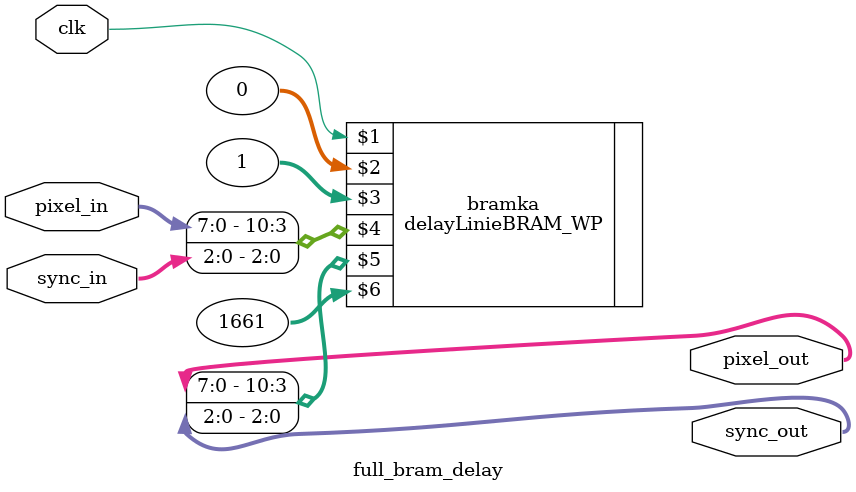
<source format=v>
`timescale 1ns / 1ps

module full_bram_delay  # (parameter H_SIZE = 1664) 
    (clk, pixel_in, sync_in, pixel_out, sync_out);
    input clk;
    input[7:0] pixel_in;
    input[2:0] sync_in;
    output[7:0] pixel_out;
    output[2:0] sync_out;
    delayLinieBRAM_WP #(.WIDTH(11), .BRAM_SIZE_W(13)) bramka
        (clk, 0, 1, {pixel_in, sync_in}, {pixel_out, sync_out}, H_SIZE - 3);
endmodule


</source>
